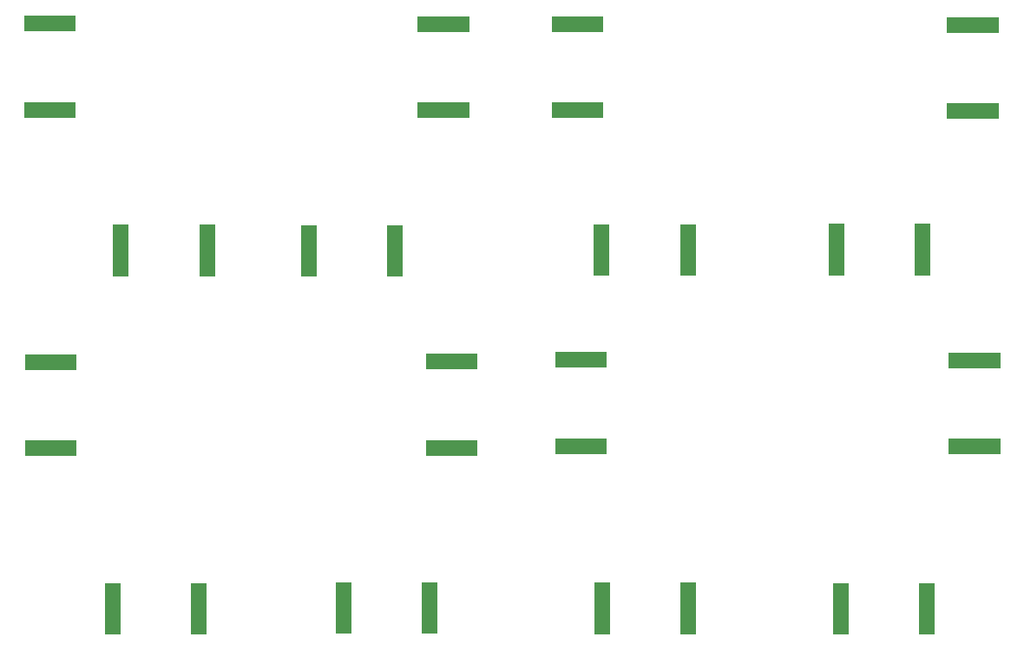
<source format=gbr>
G04 #@! TF.GenerationSoftware,KiCad,Pcbnew,5.1.8-db9833491~88~ubuntu20.04.1*
G04 #@! TF.CreationDate,2021-03-01T03:43:11-08:00*
G04 #@! TF.ProjectId,directional_coupler20dB,64697265-6374-4696-9f6e-616c5f636f75,rev?*
G04 #@! TF.SameCoordinates,Original*
G04 #@! TF.FileFunction,Paste,Bot*
G04 #@! TF.FilePolarity,Positive*
%FSLAX46Y46*%
G04 Gerber Fmt 4.6, Leading zero omitted, Abs format (unit mm)*
G04 Created by KiCad (PCBNEW 5.1.8-db9833491~88~ubuntu20.04.1) date 2021-03-01 03:43:11*
%MOMM*%
%LPD*%
G01*
G04 APERTURE LIST*
%ADD10R,2.500000X1.600000*%
%ADD11R,1.600000X2.500000*%
G04 APERTURE END LIST*
D10*
G04 #@! TO.C,U3*
X108950000Y-140430000D03*
X106450000Y-140430000D03*
X108950000Y-132030000D03*
X106450000Y-132030000D03*
G04 #@! TD*
G04 #@! TO.C,U1*
X69810000Y-140460000D03*
X67310000Y-140460000D03*
X69810000Y-132060000D03*
X67310000Y-132060000D03*
G04 #@! TD*
D11*
G04 #@! TO.C,U4*
X97110000Y-157330000D03*
X97110000Y-154830000D03*
X105510000Y-157330000D03*
X105510000Y-154830000D03*
G04 #@! TD*
G04 #@! TO.C,U2*
X83010000Y-154930000D03*
X83010000Y-157430000D03*
X74610000Y-154930000D03*
X74610000Y-157430000D03*
G04 #@! TD*
D10*
G04 #@! TO.C,U1*
X119060000Y-131870000D03*
X121560000Y-131870000D03*
X119060000Y-140270000D03*
X121560000Y-140270000D03*
G04 #@! TD*
D11*
G04 #@! TO.C,U4*
X154070000Y-154930000D03*
X154070000Y-157430000D03*
X145670000Y-154930000D03*
X145670000Y-157430000D03*
G04 #@! TD*
G04 #@! TO.C,U2*
X122380000Y-157380000D03*
X122380000Y-154880000D03*
X130780000Y-157380000D03*
X130780000Y-154880000D03*
G04 #@! TD*
D10*
G04 #@! TO.C,U3*
X157430000Y-131900000D03*
X159930000Y-131900000D03*
X157430000Y-140300000D03*
X159930000Y-140300000D03*
G04 #@! TD*
G04 #@! TO.C,U1*
X121210000Y-107470000D03*
X118710000Y-107470000D03*
X121210000Y-99070000D03*
X118710000Y-99070000D03*
G04 #@! TD*
D11*
G04 #@! TO.C,U2*
X130720000Y-119870000D03*
X130720000Y-122370000D03*
X122320000Y-119870000D03*
X122320000Y-122370000D03*
G04 #@! TD*
G04 #@! TO.C,U4*
X145210000Y-122320000D03*
X145210000Y-119820000D03*
X153610000Y-122320000D03*
X153610000Y-119820000D03*
G04 #@! TD*
D10*
G04 #@! TO.C,U3*
X159770000Y-107530000D03*
X157270000Y-107530000D03*
X159770000Y-99130000D03*
X157270000Y-99130000D03*
G04 #@! TD*
G04 #@! TO.C,U1*
X67250000Y-99020000D03*
X69750000Y-99020000D03*
X67250000Y-107420000D03*
X69750000Y-107420000D03*
G04 #@! TD*
D11*
G04 #@! TO.C,U2*
X75430000Y-122430000D03*
X75430000Y-119930000D03*
X83830000Y-122430000D03*
X83830000Y-119930000D03*
G04 #@! TD*
D10*
G04 #@! TO.C,U3*
X105640000Y-99080000D03*
X108140000Y-99080000D03*
X105640000Y-107480000D03*
X108140000Y-107480000D03*
G04 #@! TD*
D11*
G04 #@! TO.C,U4*
X102140000Y-119940000D03*
X102140000Y-122440000D03*
X93740000Y-119940000D03*
X93740000Y-122440000D03*
G04 #@! TD*
M02*

</source>
